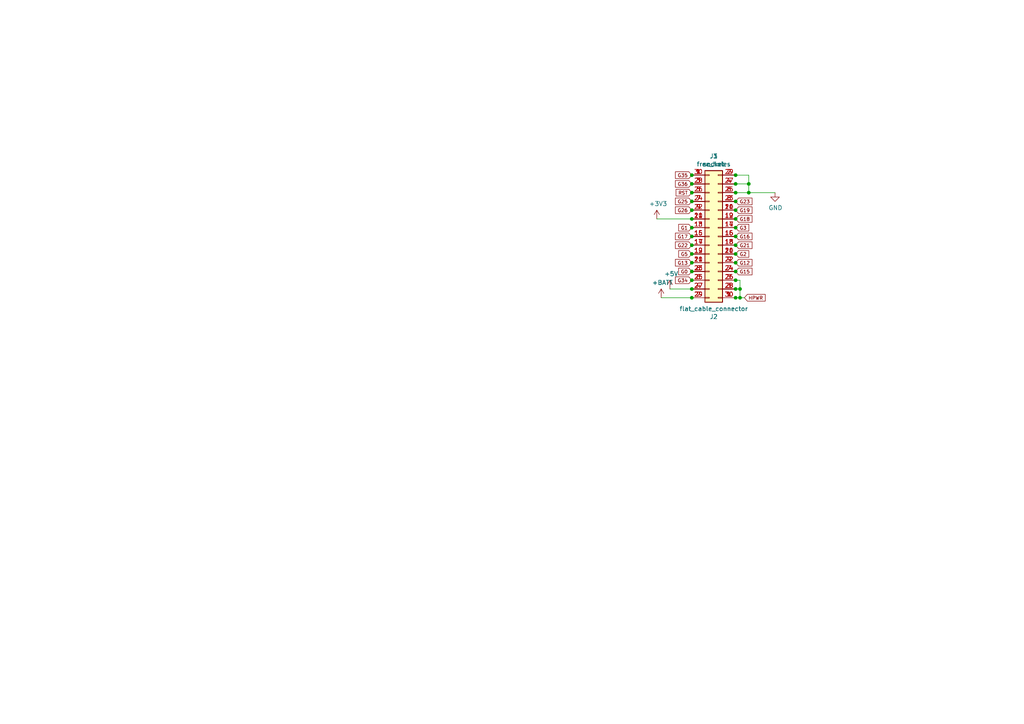
<source format=kicad_sch>
(kicad_sch (version 20230121) (generator eeschema)
  (paper "A4")
  (lib_symbols
    (symbol "Connector_Generic:Conn_02x15_Odd_Even" (pin_names (offset 1.016) hide)
      (property "Reference" "J" (at 1.27 20.32 0))
      (property "Value" "Conn_02x15_Odd_Even" (at 1.27 -20.32 0))
      (symbol "Conn_02x15_Odd_Even_1_1"
        (rectangle (start -1.27 -17.653) (end 0 -17.907) (stroke (width 0.1524)))
        (rectangle (start -1.27 -15.113) (end 0 -15.367) (stroke (width 0.1524)))
        (rectangle (start -1.27 -12.573) (end 0 -12.827) (stroke (width 0.1524)))
        (rectangle (start -1.27 -10.033) (end 0 -10.287) (stroke (width 0.1524)))
        (rectangle (start -1.27 -7.493) (end 0 -7.747) (stroke (width 0.1524)))
        (rectangle (start -1.27 -4.953) (end 0 -5.207) (stroke (width 0.1524)))
        (rectangle (start -1.27 -2.413) (end 0 -2.667) (stroke (width 0.1524)))
        (rectangle (start -1.27 0.127) (end 0 -0.127) (stroke (width 0.1524)))
        (rectangle (start -1.27 2.667) (end 0 2.413) (stroke (width 0.1524)))
        (rectangle (start -1.27 5.207) (end 0 4.953) (stroke (width 0.1524)))
        (rectangle (start -1.27 7.747) (end 0 7.493) (stroke (width 0.1524)))
        (rectangle (start -1.27 10.287) (end 0 10.033) (stroke (width 0.1524)))
        (rectangle (start -1.27 12.827) (end 0 12.573) (stroke (width 0.1524)))
        (rectangle (start -1.27 15.367) (end 0 15.113) (stroke (width 0.1524)))
        (rectangle (start -1.27 17.907) (end 0 17.653) (stroke (width 0.1524)))
        (rectangle (start -1.27 19.05) (end 3.81 -19.05) (stroke (width 0.254)) (fill (type background)))
        (rectangle (start 3.81 -17.653) (end 2.54 -17.907) (stroke (width 0.1524)))
        (rectangle (start 3.81 -15.113) (end 2.54 -15.367) (stroke (width 0.1524)))
        (rectangle (start 3.81 -12.573) (end 2.54 -12.827) (stroke (width 0.1524)))
        (rectangle (start 3.81 -10.033) (end 2.54 -10.287) (stroke (width 0.1524)))
        (rectangle (start 3.81 -7.493) (end 2.54 -7.747) (stroke (width 0.1524)))
        (rectangle (start 3.81 -4.953) (end 2.54 -5.207) (stroke (width 0.1524)))
        (rectangle (start 3.81 -2.413) (end 2.54 -2.667) (stroke (width 0.1524)))
        (rectangle (start 3.81 0.127) (end 2.54 -0.127) (stroke (width 0.1524)))
        (rectangle (start 3.81 2.667) (end 2.54 2.413) (stroke (width 0.1524)))
        (rectangle (start 3.81 5.207) (end 2.54 4.953) (stroke (width 0.1524)))
        (rectangle (start 3.81 7.747) (end 2.54 7.493) (stroke (width 0.1524)))
        (rectangle (start 3.81 10.287) (end 2.54 10.033) (stroke (width 0.1524)))
        (rectangle (start 3.81 12.827) (end 2.54 12.573) (stroke (width 0.1524)))
        (rectangle (start 3.81 15.367) (end 2.54 15.113) (stroke (width 0.1524)))
        (rectangle (start 3.81 17.907) (end 2.54 17.653) (stroke (width 0.1524)))
        (pin passive line (at -5.08 17.78 0) (length 3.81) (name "Pin_1") (number "1"))
        (pin passive line (at 7.62 7.62 180) (length 3.81) (name "Pin_10") (number "10"))
        (pin passive line (at -5.08 5.08 0) (length 3.81) (name "Pin_11") (number "11"))
        (pin passive line (at 7.62 5.08 180) (length 3.81) (name "Pin_12") (number "12"))
        (pin passive line (at -5.08 2.54 0) (length 3.81) (name "Pin_13") (number "13"))
        (pin passive line (at 7.62 2.54 180) (length 3.81) (name "Pin_14") (number "14"))
        (pin passive line (at -5.08 0 0) (length 3.81) (name "Pin_15") (number "15"))
        (pin passive line (at 7.62 0 180) (length 3.81) (name "Pin_16") (number "16"))
        (pin passive line (at -5.08 -2.54 0) (length 3.81) (name "Pin_17") (number "17"))
        (pin passive line (at 7.62 -2.54 180) (length 3.81) (name "Pin_18") (number "18"))
        (pin passive line (at -5.08 -5.08 0) (length 3.81) (name "Pin_19") (number "19"))
        (pin passive line (at 7.62 17.78 180) (length 3.81) (name "Pin_2") (number "2"))
        (pin passive line (at 7.62 -5.08 180) (length 3.81) (name "Pin_20") (number "20"))
        (pin passive line (at -5.08 -7.62 0) (length 3.81) (name "Pin_21") (number "21"))
        (pin passive line (at 7.62 -7.62 180) (length 3.81) (name "Pin_22") (number "22"))
        (pin passive line (at -5.08 -10.16 0) (length 3.81) (name "Pin_23") (number "23"))
        (pin passive line (at 7.62 -10.16 180) (length 3.81) (name "Pin_24") (number "24"))
        (pin passive line (at -5.08 -12.7 0) (length 3.81) (name "Pin_25") (number "25"))
        (pin passive line (at 7.62 -12.7 180) (length 3.81) (name "Pin_26") (number "26"))
        (pin passive line (at -5.08 -15.24 0) (length 3.81) (name "Pin_27") (number "27"))
        (pin passive line (at 7.62 -15.24 180) (length 3.81) (name "Pin_28") (number "28"))
        (pin passive line (at -5.08 -17.78 0) (length 3.81) (name "Pin_29") (number "29"))
        (pin passive line (at -5.08 15.24 0) (length 3.81) (name "Pin_3") (number "3"))
        (pin passive line (at 7.62 -17.78 180) (length 3.81) (name "Pin_30") (number "30"))
        (pin passive line (at 7.62 15.24 180) (length 3.81) (name "Pin_4") (number "4"))
        (pin passive line (at -5.08 12.7 0) (length 3.81) (name "Pin_5") (number "5"))
        (pin passive line (at 7.62 12.7 180) (length 3.81) (name "Pin_6") (number "6"))
        (pin passive line (at -5.08 10.16 0) (length 3.81) (name "Pin_7") (number "7"))
        (pin passive line (at 7.62 10.16 180) (length 3.81) (name "Pin_8") (number "8"))
        (pin passive line (at -5.08 7.62 0) (length 3.81) (name "Pin_9") (number "9"))
      )
    )
    (symbol "bottom_pcb2-rescue:+3.3V-power" (power) (pin_names (offset 0))
      (property "Value" "+3.3V-power" (at 0 3.556 0))
      (symbol "+3.3V-power_0_1"
        (polyline (pts (xy -0.762 1.27) (xy 0 2.54)))
        (polyline (pts (xy 0 0) (xy 0 2.54)))
        (polyline (pts (xy 0 2.54) (xy 0.762 1.27)))
      )
      (symbol "+3.3V-power_1_1"
        (pin power_in line (at 0 0 90) (length 0) hide (name "+3V3") (number "1"))
      )
    )
    (symbol "power:+5V" (power) (pin_names (offset 0))
      (property "Value" "+5V" (at 0 3.556 0))
      (symbol "+5V_0_1"
        (polyline (pts (xy -0.762 1.27) (xy 0 2.54)))
        (polyline (pts (xy 0 0) (xy 0 2.54)))
        (polyline (pts (xy 0 2.54) (xy 0.762 1.27)))
      )
      (symbol "+5V_1_1"
        (pin power_in line (at 0 0 90) (length 0) hide (name "+5V") (number "1"))
      )
    )
    (symbol "power:+BATT" (power) (pin_names (offset 0))
      (property "Value" "+BATT" (at 0 3.556 0))
      (symbol "+BATT_0_1"
        (polyline (pts (xy -0.762 1.27) (xy 0 2.54)))
        (polyline (pts (xy 0 0) (xy 0 2.54)))
        (polyline (pts (xy 0 2.54) (xy 0.762 1.27)))
      )
      (symbol "+BATT_1_1"
        (pin power_in line (at 0 0 90) (length 0) hide (name "+BATT") (number "1"))
      )
    )
    (symbol "power:GND" (power) (pin_names (offset 0))
      (property "Value" "GND" (at 0 -3.81 0))
      (symbol "GND_0_1"
        (polyline (pts (xy 0 0) (xy 0 -1.27) (xy 1.27 -1.27) (xy 0 -2.54) (xy -1.27 -1.27) (xy 0 -1.27)))
      )
      (symbol "GND_1_1"
        (pin power_in line (at 0 0 270) (length 0) hide (name "GND") (number "1"))
      )
    )
  )
  (junction (at 213.36 63.5))
  (junction (at 200.66 83.82))
  (junction (at 200.66 58.42))
  (junction (at 200.66 81.28))
  (junction (at 217.17 53.34))
  (junction (at 213.36 58.42))
  (junction (at 213.36 78.74))
  (junction (at 213.36 55.88))
  (junction (at 200.66 78.74))
  (junction (at 217.17 55.88))
  (junction (at 200.66 73.66))
  (junction (at 200.66 50.8))
  (junction (at 200.66 86.36))
  (junction (at 213.36 60.96))
  (junction (at 213.36 86.36))
  (junction (at 213.36 81.28))
  (junction (at 213.36 68.58))
  (junction (at 200.66 71.12))
  (junction (at 213.36 73.66))
  (junction (at 213.36 83.82))
  (junction (at 200.66 68.58))
  (junction (at 213.36 71.12))
  (junction (at 213.36 76.2))
  (junction (at 200.66 76.2))
  (junction (at 200.66 63.5))
  (junction (at 213.36 66.04))
  (junction (at 200.66 60.96))
  (junction (at 200.66 66.04))
  (junction (at 200.66 55.88))
  (junction (at 200.66 53.34))
  (junction (at 214.63 86.36))
  (junction (at 214.63 83.82))
  (junction (at 213.36 53.34))
  (junction (at 213.36 50.8))
  (wire (pts (xy 214.63 81.28) (xy 213.36 81.28)))
  (wire (pts (xy 200.66 83.82) (xy 194.31 83.82)))
  (wire (pts (xy 214.63 83.82) (xy 214.63 81.28)))
  (wire (pts (xy 214.63 86.36) (xy 214.63 83.82)))
  (wire (pts (xy 213.36 53.34) (xy 217.17 53.34)))
  (wire (pts (xy 200.66 63.5) (xy 190.5 63.5)))
  (wire (pts (xy 213.36 55.88) (xy 217.17 55.88)))
  (wire (pts (xy 217.17 55.88) (xy 224.79 55.88)))
  (wire (pts (xy 213.36 86.36) (xy 214.63 86.36)))
  (wire (pts (xy 217.17 50.8) (xy 217.17 53.34)))
  (wire (pts (xy 217.17 53.34) (xy 217.17 55.88)))
  (wire (pts (xy 213.36 50.8) (xy 217.17 50.8)))
  (wire (pts (xy 214.63 86.36) (xy 215.9 86.36)))
  (wire (pts (xy 191.77 86.36) (xy 200.66 86.36)))
  (wire (pts (xy 213.36 83.82) (xy 214.63 83.82)))
  (global_label "G3" (shape input) (at 213.36 66.04 0) (effects (font (size 0.9906 0.9906))) (property "Intersheetrefs" "${INTERSHEET_REFS}" (effects hide)))
  (global_label "G1" (shape input) (at 200.66 66.04 180) (effects (font (size 0.9906 0.9906))) (property "Intersheetrefs" "${INTERSHEET_REFS}" (effects hide)))
  (global_label "G12" (shape input) (at 213.36 76.2 0) (effects (font (size 0.9906 0.9906))) (property "Intersheetrefs" "${INTERSHEET_REFS}" (effects hide)))
  (global_label "G36" (shape input) (at 200.66 53.34 180) (effects (font (size 0.9906 0.9906))) (property "Intersheetrefs" "${INTERSHEET_REFS}" (effects hide)))
  (global_label "G0" (shape input) (at 200.66 78.74 180) (effects (font (size 0.9906 0.9906))) (property "Intersheetrefs" "${INTERSHEET_REFS}" (effects hide)))
  (global_label "G26" (shape input) (at 200.66 60.96 180) (effects (font (size 0.9906 0.9906))) (property "Intersheetrefs" "${INTERSHEET_REFS}" (effects hide)))
  (global_label "G22" (shape input) (at 200.66 71.12 180) (effects (font (size 0.9906 0.9906))) (property "Intersheetrefs" "${INTERSHEET_REFS}" (effects hide)))
  (global_label "G35" (shape input) (at 200.66 50.8 180) (effects (font (size 0.9906 0.9906))) (property "Intersheetrefs" "${INTERSHEET_REFS}" (effects hide)))
  (global_label "G34" (shape input) (at 200.66 81.28 180) (effects (font (size 0.9906 0.9906))) (property "Intersheetrefs" "${INTERSHEET_REFS}" (effects hide)))
  (global_label "G2" (shape input) (at 213.36 73.66 0) (effects (font (size 0.9906 0.9906))) (property "Intersheetrefs" "${INTERSHEET_REFS}" (effects hide)))
  (global_label "G13" (shape input) (at 200.66 76.2 180) (effects (font (size 0.9906 0.9906))) (property "Intersheetrefs" "${INTERSHEET_REFS}" (effects hide)))
  (global_label "HPWR" (shape input) (at 215.9 86.36 0) (effects (font (size 0.9906 0.9906))) (property "Intersheetrefs" "${INTERSHEET_REFS}" (effects hide)))
  (global_label "G5" (shape input) (at 200.66 73.66 180) (effects (font (size 0.9906 0.9906))) (property "Intersheetrefs" "${INTERSHEET_REFS}" (effects hide)))
  (global_label "G25" (shape input) (at 200.66 58.42 180) (effects (font (size 0.9906 0.9906))) (property "Intersheetrefs" "${INTERSHEET_REFS}" (effects hide)))
  (global_label "G18" (shape input) (at 213.36 63.5 0) (effects (font (size 0.9906 0.9906))) (property "Intersheetrefs" "${INTERSHEET_REFS}" (effects hide)))
  (global_label "G19" (shape input) (at 213.36 60.96 0) (effects (font (size 0.9906 0.9906))) (property "Intersheetrefs" "${INTERSHEET_REFS}" (effects hide)))
  (global_label "G21" (shape input) (at 213.36 71.12 0) (effects (font (size 0.9906 0.9906))) (property "Intersheetrefs" "${INTERSHEET_REFS}" (effects hide)))
  (global_label "G15" (shape input) (at 213.36 78.74 0) (effects (font (size 0.9906 0.9906))) (property "Intersheetrefs" "${INTERSHEET_REFS}" (effects hide)))
  (global_label "G16" (shape input) (at 213.36 68.58 0) (effects (font (size 0.9906 0.9906))) (property "Intersheetrefs" "${INTERSHEET_REFS}" (effects hide)))
  (global_label "G23" (shape input) (at 213.36 58.42 0) (effects (font (size 0.9906 0.9906))) (property "Intersheetrefs" "${INTERSHEET_REFS}" (effects hide)))
  (global_label "RST" (shape input) (at 200.66 55.88 180) (effects (font (size 0.9906 0.9906))) (property "Intersheetrefs" "${INTERSHEET_REFS}" (effects hide)))
  (global_label "G17" (shape input) (at 200.66 68.58 180) (effects (font (size 0.9906 0.9906))) (property "Intersheetrefs" "${INTERSHEET_REFS}" (effects hide)))
  (symbol (lib_id "Connector_Generic:Conn_02x15_Odd_Even") (at 208.28 68.58 180) (unit 1)
    (property "Reference" "J2" (at 207.01 91.8718 0))
    (property "Value" "flat_cable_connector" (at 207.01 89.5604 0))
    (property "Footprint" "Connector_FFC-FPC:Hirose_FH12-30S-0.5SH_1x30-1MP_P0.50mm_Horizontal" (effects hide))
  )
  (symbol (lib_id "Connector_Generic:Conn_02x15_Odd_Even") (at 205.74 68.58 0) (unit 1)
    (property "Reference" "J1" (at 207.01 45.2882 0))
    (property "Value" "socket" (at 207.01 47.5996 0))
    (property "Footprint" "footprints:PinSocket_2x15_P2.54mm_Vertical_SMD_just_for_M5Stack_bottom_pcb2" (effects hide))
  )
  (symbol (lib_id "power:+5V") (at 194.31 83.82 0) (unit 1)
    (property "Reference" "#PWR0105" (effects hide))
    (property "Value" "+5V" (at 194.691 79.4258 0))
  )
  (symbol (lib_id "power:+BATT") (at 191.77 86.36 0) (unit 1)
    (property "Reference" "#PWR0106" (effects hide))
    (property "Value" "+BATT" (at 192.151 81.9658 0))
  )
  (symbol (lib_id "power:GND") (at 224.79 55.88 0) (unit 1)
    (property "Reference" "#PWR0109" (effects hide))
    (property "Value" "GND" (at 224.917 60.2742 0))
  )
  (symbol (lib_id "bottom_pcb2-rescue:+3.3V-power") (at 190.5 63.5 0) (unit 1)
    (property "Reference" "#PWR0113" (effects hide))
    (property "Value" "+3.3V" (at 190.881 59.1058 0))
  )
  (symbol (lib_id "Connector_Generic:Conn_02x15_Odd_Even") (at 205.74 68.58 0) (unit 1)
    (property "Reference" "J3" (at 207.01 45.2882 0))
    (property "Value" "free_holes" (at 207.01 47.5996 0))
    (property "Footprint" "footprints:PinHeader_1x30_P1.27mm_Vertical_without_silks" (effects hide))
  )
)
</source>
